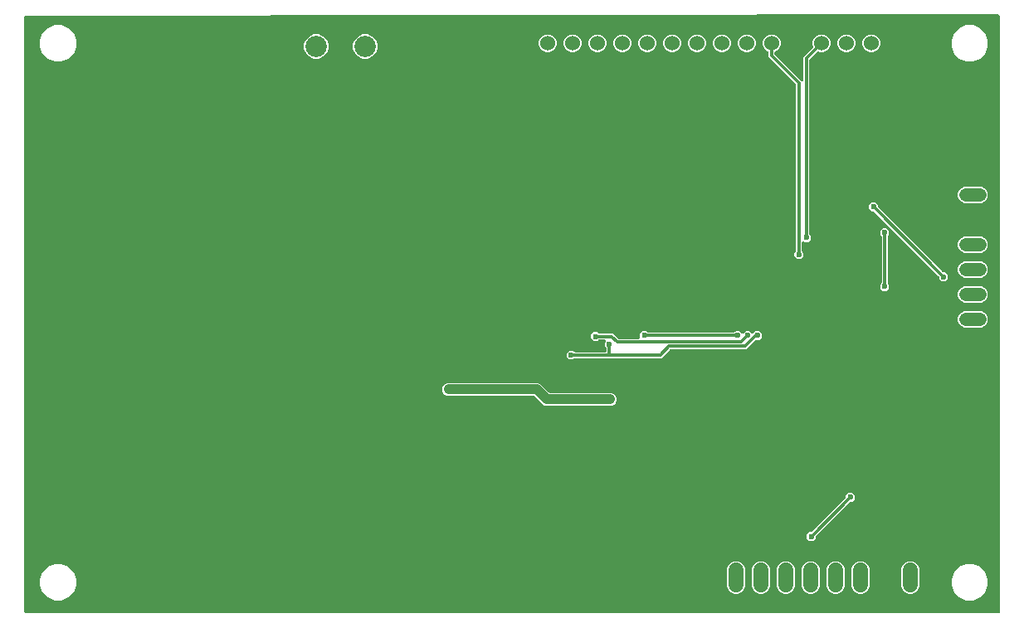
<source format=gbr>
G04 EAGLE Gerber RS-274X export*
G75*
%MOMM*%
%FSLAX34Y34*%
%LPD*%
%INBottom Copper*%
%IPPOS*%
%AMOC8*
5,1,8,0,0,1.08239X$1,22.5*%
G01*
%ADD10C,1.524000*%
%ADD11R,1.524000X1.524000*%
%ADD12C,1.524000*%
%ADD13C,1.371600*%
%ADD14C,2.184400*%
%ADD15C,0.600000*%
%ADD16C,0.300000*%
%ADD17C,1.000000*%

G36*
X1376323Y196815D02*
X1376323Y196815D01*
X1376359Y196812D01*
X1376494Y196835D01*
X1376630Y196851D01*
X1376664Y196863D01*
X1376700Y196869D01*
X1376827Y196922D01*
X1376955Y196968D01*
X1376986Y196988D01*
X1377019Y197002D01*
X1377130Y197082D01*
X1377245Y197157D01*
X1377270Y197183D01*
X1377299Y197204D01*
X1377389Y197308D01*
X1377484Y197407D01*
X1377502Y197438D01*
X1377526Y197465D01*
X1377589Y197587D01*
X1377659Y197705D01*
X1377669Y197740D01*
X1377686Y197772D01*
X1377720Y197904D01*
X1377761Y198036D01*
X1377763Y198072D01*
X1377772Y198106D01*
X1377786Y198311D01*
X1377302Y806187D01*
X1377298Y806223D01*
X1377301Y806258D01*
X1377278Y806394D01*
X1377262Y806531D01*
X1377250Y806564D01*
X1377244Y806599D01*
X1377191Y806726D01*
X1377145Y806856D01*
X1377125Y806885D01*
X1377111Y806918D01*
X1377031Y807030D01*
X1376956Y807145D01*
X1376930Y807170D01*
X1376909Y807199D01*
X1376805Y807289D01*
X1376705Y807384D01*
X1376674Y807402D01*
X1376648Y807425D01*
X1376526Y807489D01*
X1376407Y807558D01*
X1376373Y807569D01*
X1376341Y807585D01*
X1376208Y807620D01*
X1376076Y807660D01*
X1376041Y807663D01*
X1376006Y807671D01*
X1375802Y807685D01*
X383728Y806683D01*
X383694Y806679D01*
X383659Y806682D01*
X383523Y806659D01*
X383385Y806643D01*
X383352Y806631D01*
X383318Y806626D01*
X383190Y806573D01*
X383060Y806525D01*
X383031Y806506D01*
X382999Y806493D01*
X382887Y806412D01*
X382771Y806336D01*
X382747Y806311D01*
X382719Y806291D01*
X382628Y806186D01*
X382532Y806086D01*
X382515Y806056D01*
X382492Y806030D01*
X382427Y805907D01*
X382357Y805787D01*
X382347Y805754D01*
X382331Y805724D01*
X382296Y805589D01*
X382256Y805457D01*
X382253Y805422D01*
X382245Y805389D01*
X382231Y805184D01*
X382231Y198310D01*
X382235Y198275D01*
X382232Y198239D01*
X382255Y198103D01*
X382271Y197967D01*
X382283Y197933D01*
X382288Y197898D01*
X382341Y197771D01*
X382388Y197641D01*
X382407Y197612D01*
X382421Y197579D01*
X382502Y197467D01*
X382577Y197352D01*
X382603Y197327D01*
X382623Y197299D01*
X382727Y197208D01*
X382827Y197113D01*
X382858Y197095D01*
X382884Y197072D01*
X383007Y197008D01*
X383125Y196938D01*
X383159Y196928D01*
X383191Y196911D01*
X383324Y196877D01*
X383456Y196836D01*
X383491Y196834D01*
X383525Y196825D01*
X383730Y196811D01*
X1376287Y196811D01*
X1376323Y196815D01*
G37*
%LPC*%
G36*
X938186Y455499D02*
X938186Y455499D01*
X935549Y458136D01*
X935549Y461864D01*
X938186Y464501D01*
X941914Y464501D01*
X942975Y463440D01*
X943084Y463353D01*
X943190Y463262D01*
X943220Y463246D01*
X943246Y463225D01*
X943372Y463166D01*
X943496Y463101D01*
X943529Y463093D01*
X943559Y463078D01*
X943695Y463050D01*
X943831Y463015D01*
X943876Y463012D01*
X943898Y463007D01*
X943931Y463008D01*
X944035Y463001D01*
X974670Y463001D01*
X974705Y463005D01*
X974741Y463002D01*
X974877Y463025D01*
X975013Y463041D01*
X975047Y463053D01*
X975082Y463058D01*
X975209Y463111D01*
X975339Y463158D01*
X975368Y463177D01*
X975401Y463191D01*
X975513Y463272D01*
X975628Y463347D01*
X975653Y463373D01*
X975681Y463393D01*
X975772Y463497D01*
X975867Y463597D01*
X975885Y463628D01*
X975908Y463654D01*
X975972Y463777D01*
X976042Y463895D01*
X976052Y463929D01*
X976069Y463961D01*
X976103Y464094D01*
X976144Y464226D01*
X976146Y464261D01*
X976155Y464295D01*
X976169Y464500D01*
X976169Y467185D01*
X976153Y467323D01*
X976143Y467462D01*
X976133Y467495D01*
X976129Y467528D01*
X976082Y467659D01*
X976041Y467792D01*
X976023Y467822D01*
X976012Y467853D01*
X975936Y467970D01*
X975865Y468090D01*
X975835Y468124D01*
X975823Y468143D01*
X975799Y468166D01*
X975730Y468245D01*
X974669Y469306D01*
X974669Y473034D01*
X975075Y473440D01*
X975140Y473522D01*
X975212Y473597D01*
X975247Y473657D01*
X975290Y473711D01*
X975334Y473806D01*
X975387Y473895D01*
X975407Y473961D01*
X975436Y474024D01*
X975458Y474126D01*
X975489Y474226D01*
X975493Y474295D01*
X975508Y474362D01*
X975505Y474466D01*
X975512Y474571D01*
X975501Y474639D01*
X975500Y474708D01*
X975473Y474809D01*
X975456Y474912D01*
X975430Y474975D01*
X975412Y475042D01*
X975364Y475135D01*
X975324Y475231D01*
X975283Y475287D01*
X975251Y475348D01*
X975183Y475427D01*
X975121Y475511D01*
X975069Y475557D01*
X975024Y475609D01*
X974939Y475670D01*
X974860Y475738D01*
X974799Y475770D01*
X974743Y475811D01*
X974647Y475850D01*
X974554Y475899D01*
X974487Y475916D01*
X974423Y475942D01*
X974321Y475959D01*
X974219Y475985D01*
X974116Y475992D01*
X974082Y475998D01*
X974060Y475996D01*
X974015Y475999D01*
X968985Y475999D01*
X968847Y475983D01*
X968708Y475973D01*
X968675Y475963D01*
X968642Y475959D01*
X968511Y475912D01*
X968378Y475871D01*
X968348Y475853D01*
X968317Y475842D01*
X968200Y475766D01*
X968080Y475695D01*
X968046Y475665D01*
X968027Y475653D01*
X968004Y475629D01*
X967925Y475560D01*
X966864Y474499D01*
X963136Y474499D01*
X960499Y477136D01*
X960499Y480864D01*
X963136Y483501D01*
X966864Y483501D01*
X967925Y482440D01*
X968034Y482353D01*
X968140Y482262D01*
X968170Y482246D01*
X968196Y482225D01*
X968322Y482166D01*
X968446Y482101D01*
X968479Y482093D01*
X968509Y482078D01*
X968645Y482050D01*
X968781Y482015D01*
X968826Y482012D01*
X968848Y482007D01*
X968881Y482008D01*
X968985Y482001D01*
X982743Y482001D01*
X987804Y476940D01*
X987913Y476853D01*
X988018Y476762D01*
X988048Y476746D01*
X988075Y476725D01*
X988201Y476666D01*
X988324Y476601D01*
X988357Y476593D01*
X988388Y476578D01*
X988524Y476550D01*
X988659Y476515D01*
X988704Y476512D01*
X988726Y476507D01*
X988760Y476508D01*
X988864Y476501D01*
X1009000Y476501D01*
X1009035Y476505D01*
X1009071Y476502D01*
X1009207Y476525D01*
X1009343Y476541D01*
X1009377Y476553D01*
X1009412Y476558D01*
X1009539Y476611D01*
X1009669Y476658D01*
X1009698Y476677D01*
X1009731Y476691D01*
X1009843Y476772D01*
X1009958Y476847D01*
X1009983Y476873D01*
X1010011Y476893D01*
X1010102Y476997D01*
X1010197Y477097D01*
X1010215Y477128D01*
X1010238Y477154D01*
X1010302Y477277D01*
X1010372Y477395D01*
X1010382Y477429D01*
X1010399Y477461D01*
X1010433Y477594D01*
X1010474Y477726D01*
X1010476Y477761D01*
X1010485Y477795D01*
X1010499Y478000D01*
X1010499Y481864D01*
X1013136Y484501D01*
X1016864Y484501D01*
X1017925Y483440D01*
X1018034Y483353D01*
X1018140Y483262D01*
X1018170Y483246D01*
X1018196Y483225D01*
X1018322Y483166D01*
X1018446Y483101D01*
X1018479Y483093D01*
X1018509Y483078D01*
X1018645Y483050D01*
X1018781Y483015D01*
X1018826Y483012D01*
X1018848Y483007D01*
X1018881Y483008D01*
X1018985Y483001D01*
X1106015Y483001D01*
X1106153Y483017D01*
X1106292Y483027D01*
X1106325Y483037D01*
X1106358Y483041D01*
X1106489Y483088D01*
X1106622Y483129D01*
X1106652Y483147D01*
X1106683Y483158D01*
X1106800Y483234D01*
X1106920Y483305D01*
X1106954Y483335D01*
X1106973Y483347D01*
X1106996Y483371D01*
X1107075Y483440D01*
X1108136Y484501D01*
X1111864Y484501D01*
X1113940Y482425D01*
X1113968Y482403D01*
X1113991Y482376D01*
X1114103Y482296D01*
X1114211Y482210D01*
X1114243Y482195D01*
X1114272Y482175D01*
X1114399Y482122D01*
X1114524Y482064D01*
X1114559Y482056D01*
X1114591Y482043D01*
X1114728Y482021D01*
X1114862Y481992D01*
X1114898Y481993D01*
X1114933Y481988D01*
X1115070Y481997D01*
X1115208Y482000D01*
X1115242Y482009D01*
X1115278Y482012D01*
X1115409Y482053D01*
X1115542Y482088D01*
X1115574Y482104D01*
X1115608Y482115D01*
X1115727Y482185D01*
X1115848Y482249D01*
X1115875Y482272D01*
X1115905Y482290D01*
X1116060Y482425D01*
X1118136Y484501D01*
X1121864Y484501D01*
X1123940Y482425D01*
X1123968Y482403D01*
X1123991Y482376D01*
X1124103Y482296D01*
X1124211Y482210D01*
X1124243Y482195D01*
X1124272Y482175D01*
X1124399Y482122D01*
X1124524Y482064D01*
X1124559Y482056D01*
X1124591Y482043D01*
X1124728Y482021D01*
X1124862Y481992D01*
X1124898Y481993D01*
X1124933Y481988D01*
X1125070Y481997D01*
X1125208Y482000D01*
X1125242Y482009D01*
X1125278Y482012D01*
X1125409Y482053D01*
X1125542Y482088D01*
X1125574Y482104D01*
X1125608Y482115D01*
X1125726Y482185D01*
X1125848Y482249D01*
X1125875Y482272D01*
X1125905Y482290D01*
X1126060Y482425D01*
X1128136Y484501D01*
X1131864Y484501D01*
X1134501Y481864D01*
X1134501Y478136D01*
X1131864Y475499D01*
X1128849Y475499D01*
X1128711Y475483D01*
X1128572Y475473D01*
X1128539Y475463D01*
X1128506Y475459D01*
X1128375Y475412D01*
X1128242Y475371D01*
X1128212Y475353D01*
X1128181Y475342D01*
X1128064Y475266D01*
X1127944Y475195D01*
X1127910Y475165D01*
X1127891Y475153D01*
X1127868Y475129D01*
X1127789Y475060D01*
X1118728Y465999D01*
X1041864Y465999D01*
X1041726Y465983D01*
X1041586Y465973D01*
X1041554Y465963D01*
X1041521Y465959D01*
X1041390Y465912D01*
X1041256Y465871D01*
X1041227Y465853D01*
X1041195Y465842D01*
X1041079Y465766D01*
X1040958Y465695D01*
X1040924Y465665D01*
X1040906Y465653D01*
X1040882Y465629D01*
X1040804Y465560D01*
X1032243Y456999D01*
X944035Y456999D01*
X943897Y456983D01*
X943758Y456973D01*
X943725Y456963D01*
X943692Y456959D01*
X943561Y456912D01*
X943428Y456871D01*
X943398Y456853D01*
X943367Y456842D01*
X943250Y456766D01*
X943130Y456695D01*
X943096Y456665D01*
X943077Y456653D01*
X943054Y456629D01*
X942975Y456560D01*
X941914Y455499D01*
X938186Y455499D01*
G37*
%LPD*%
%LPC*%
G36*
X1170636Y557999D02*
X1170636Y557999D01*
X1167999Y560636D01*
X1167999Y564364D01*
X1169060Y565425D01*
X1169147Y565534D01*
X1169238Y565640D01*
X1169254Y565670D01*
X1169275Y565696D01*
X1169334Y565822D01*
X1169399Y565946D01*
X1169407Y565979D01*
X1169422Y566009D01*
X1169450Y566145D01*
X1169485Y566281D01*
X1169488Y566326D01*
X1169493Y566348D01*
X1169492Y566381D01*
X1169499Y566485D01*
X1169499Y735636D01*
X1169483Y735774D01*
X1169473Y735914D01*
X1169463Y735946D01*
X1169459Y735979D01*
X1169412Y736110D01*
X1169371Y736244D01*
X1169353Y736273D01*
X1169342Y736305D01*
X1169266Y736421D01*
X1169195Y736542D01*
X1169165Y736576D01*
X1169153Y736594D01*
X1169129Y736618D01*
X1169060Y736696D01*
X1141599Y764157D01*
X1141599Y768569D01*
X1141589Y768656D01*
X1141589Y768743D01*
X1141569Y768827D01*
X1141559Y768912D01*
X1141530Y768995D01*
X1141510Y769080D01*
X1141471Y769157D01*
X1141442Y769238D01*
X1141394Y769311D01*
X1141355Y769389D01*
X1141300Y769455D01*
X1141253Y769527D01*
X1141190Y769588D01*
X1141134Y769655D01*
X1141065Y769707D01*
X1141003Y769766D01*
X1140928Y769810D01*
X1140857Y769863D01*
X1140728Y769927D01*
X1140705Y769941D01*
X1140693Y769944D01*
X1140674Y769954D01*
X1139433Y770468D01*
X1136868Y773033D01*
X1135479Y776386D01*
X1135479Y780014D01*
X1136868Y783367D01*
X1139433Y785932D01*
X1142786Y787321D01*
X1146414Y787321D01*
X1149767Y785932D01*
X1152332Y783367D01*
X1153721Y780014D01*
X1153721Y776386D01*
X1152332Y773033D01*
X1149767Y770468D01*
X1148526Y769954D01*
X1148450Y769911D01*
X1148369Y769878D01*
X1148299Y769828D01*
X1148224Y769786D01*
X1148160Y769727D01*
X1148089Y769676D01*
X1148032Y769611D01*
X1147969Y769553D01*
X1147919Y769481D01*
X1147862Y769415D01*
X1147822Y769338D01*
X1147773Y769268D01*
X1147742Y769186D01*
X1147701Y769108D01*
X1147680Y769025D01*
X1147649Y768945D01*
X1147637Y768858D01*
X1147615Y768774D01*
X1147605Y768630D01*
X1147601Y768603D01*
X1147602Y768591D01*
X1147601Y768569D01*
X1147601Y767264D01*
X1147617Y767126D01*
X1147627Y766986D01*
X1147637Y766954D01*
X1147641Y766921D01*
X1147688Y766790D01*
X1147729Y766656D01*
X1147747Y766627D01*
X1147758Y766595D01*
X1147834Y766478D01*
X1147905Y766358D01*
X1147935Y766324D01*
X1147947Y766306D01*
X1147971Y766282D01*
X1148040Y766204D01*
X1174440Y739804D01*
X1174522Y739739D01*
X1174597Y739667D01*
X1174657Y739632D01*
X1174711Y739589D01*
X1174805Y739545D01*
X1174895Y739492D01*
X1174961Y739472D01*
X1175024Y739442D01*
X1175126Y739421D01*
X1175226Y739390D01*
X1175295Y739385D01*
X1175362Y739371D01*
X1175466Y739373D01*
X1175571Y739366D01*
X1175639Y739377D01*
X1175708Y739379D01*
X1175809Y739405D01*
X1175912Y739422D01*
X1175976Y739449D01*
X1176042Y739466D01*
X1176135Y739515D01*
X1176231Y739555D01*
X1176287Y739595D01*
X1176348Y739628D01*
X1176427Y739696D01*
X1176511Y739757D01*
X1176557Y739809D01*
X1176609Y739855D01*
X1176670Y739940D01*
X1176738Y740018D01*
X1176770Y740080D01*
X1176811Y740136D01*
X1176850Y740232D01*
X1176899Y740324D01*
X1176916Y740391D01*
X1176943Y740455D01*
X1176959Y740558D01*
X1176985Y740659D01*
X1176992Y740763D01*
X1176998Y740797D01*
X1176996Y740819D01*
X1176999Y740864D01*
X1176999Y764043D01*
X1179196Y766240D01*
X1186468Y773512D01*
X1186522Y773580D01*
X1186584Y773642D01*
X1186629Y773715D01*
X1186683Y773783D01*
X1186720Y773862D01*
X1186766Y773936D01*
X1186793Y774018D01*
X1186830Y774096D01*
X1186848Y774181D01*
X1186875Y774264D01*
X1186883Y774350D01*
X1186901Y774434D01*
X1186899Y774522D01*
X1186907Y774609D01*
X1186895Y774694D01*
X1186893Y774780D01*
X1186871Y774865D01*
X1186858Y774951D01*
X1186813Y775088D01*
X1186806Y775114D01*
X1186800Y775125D01*
X1186793Y775146D01*
X1186279Y776386D01*
X1186279Y780014D01*
X1187668Y783367D01*
X1190233Y785932D01*
X1193586Y787321D01*
X1197214Y787321D01*
X1200567Y785932D01*
X1203132Y783367D01*
X1204521Y780014D01*
X1204521Y776386D01*
X1203132Y773033D01*
X1200567Y770468D01*
X1197214Y769079D01*
X1193586Y769079D01*
X1192346Y769593D01*
X1192261Y769617D01*
X1192180Y769650D01*
X1192096Y769664D01*
X1192013Y769688D01*
X1191926Y769692D01*
X1191839Y769706D01*
X1191753Y769700D01*
X1191668Y769704D01*
X1191582Y769687D01*
X1191494Y769681D01*
X1191412Y769656D01*
X1191328Y769640D01*
X1191248Y769605D01*
X1191164Y769578D01*
X1191090Y769535D01*
X1191012Y769500D01*
X1190942Y769447D01*
X1190866Y769403D01*
X1190758Y769308D01*
X1190736Y769292D01*
X1190728Y769282D01*
X1190712Y769268D01*
X1183440Y761996D01*
X1183353Y761887D01*
X1183262Y761782D01*
X1183246Y761752D01*
X1183225Y761725D01*
X1183166Y761599D01*
X1183101Y761476D01*
X1183093Y761443D01*
X1183078Y761412D01*
X1183050Y761276D01*
X1183015Y761141D01*
X1183012Y761096D01*
X1183007Y761074D01*
X1183008Y761040D01*
X1183001Y760936D01*
X1183001Y583985D01*
X1183017Y583847D01*
X1183027Y583708D01*
X1183037Y583675D01*
X1183041Y583642D01*
X1183088Y583511D01*
X1183129Y583378D01*
X1183147Y583348D01*
X1183158Y583317D01*
X1183234Y583200D01*
X1183305Y583080D01*
X1183335Y583046D01*
X1183347Y583027D01*
X1183371Y583004D01*
X1183440Y582925D01*
X1184501Y581864D01*
X1184501Y578136D01*
X1181864Y575499D01*
X1178136Y575499D01*
X1178060Y575575D01*
X1177978Y575640D01*
X1177903Y575712D01*
X1177843Y575747D01*
X1177789Y575790D01*
X1177695Y575834D01*
X1177605Y575887D01*
X1177539Y575907D01*
X1177476Y575936D01*
X1177374Y575958D01*
X1177274Y575989D01*
X1177205Y575993D01*
X1177138Y576008D01*
X1177034Y576005D01*
X1176929Y576012D01*
X1176861Y576001D01*
X1176792Y576000D01*
X1176691Y575973D01*
X1176588Y575956D01*
X1176525Y575930D01*
X1176458Y575912D01*
X1176365Y575864D01*
X1176269Y575824D01*
X1176213Y575783D01*
X1176152Y575751D01*
X1176073Y575683D01*
X1175989Y575621D01*
X1175943Y575569D01*
X1175891Y575524D01*
X1175830Y575439D01*
X1175762Y575360D01*
X1175730Y575299D01*
X1175689Y575243D01*
X1175650Y575147D01*
X1175601Y575054D01*
X1175584Y574987D01*
X1175558Y574923D01*
X1175541Y574821D01*
X1175515Y574719D01*
X1175508Y574616D01*
X1175502Y574582D01*
X1175504Y574560D01*
X1175501Y574515D01*
X1175501Y566485D01*
X1175517Y566347D01*
X1175527Y566208D01*
X1175537Y566175D01*
X1175541Y566142D01*
X1175588Y566011D01*
X1175629Y565878D01*
X1175647Y565848D01*
X1175658Y565817D01*
X1175734Y565700D01*
X1175805Y565580D01*
X1175835Y565546D01*
X1175847Y565527D01*
X1175871Y565504D01*
X1175940Y565425D01*
X1177001Y564364D01*
X1177001Y560636D01*
X1174364Y557999D01*
X1170636Y557999D01*
G37*
%LPD*%
%LPC*%
G36*
X913707Y408499D02*
X913707Y408499D01*
X911318Y409489D01*
X909278Y411528D01*
X909278Y411529D01*
X902746Y418060D01*
X902637Y418147D01*
X902532Y418238D01*
X902502Y418254D01*
X902475Y418275D01*
X902349Y418334D01*
X902226Y418399D01*
X902193Y418407D01*
X902162Y418422D01*
X902026Y418450D01*
X901891Y418485D01*
X901846Y418488D01*
X901824Y418493D01*
X901790Y418492D01*
X901686Y418499D01*
X813707Y418499D01*
X811318Y419489D01*
X809489Y421318D01*
X808499Y423707D01*
X808499Y426293D01*
X809489Y428682D01*
X811318Y430511D01*
X813707Y431501D01*
X906293Y431501D01*
X908682Y430511D01*
X917254Y421940D01*
X917363Y421853D01*
X917468Y421762D01*
X917498Y421746D01*
X917525Y421725D01*
X917651Y421666D01*
X917774Y421601D01*
X917807Y421593D01*
X917838Y421578D01*
X917974Y421550D01*
X918109Y421515D01*
X918154Y421512D01*
X918176Y421507D01*
X918210Y421508D01*
X918314Y421501D01*
X981293Y421501D01*
X983682Y420511D01*
X985511Y418682D01*
X986501Y416293D01*
X986501Y413707D01*
X985511Y411318D01*
X983682Y409489D01*
X981293Y408499D01*
X913707Y408499D01*
G37*
%LPD*%
%LPC*%
G36*
X1342920Y759699D02*
X1342920Y759699D01*
X1336120Y762516D01*
X1330916Y767720D01*
X1328099Y774520D01*
X1328099Y781880D01*
X1330916Y788680D01*
X1336120Y793884D01*
X1342920Y796701D01*
X1350280Y796701D01*
X1357080Y793884D01*
X1362284Y788680D01*
X1365101Y781880D01*
X1365101Y774520D01*
X1362284Y767720D01*
X1357080Y762516D01*
X1350280Y759699D01*
X1342920Y759699D01*
G37*
%LPD*%
%LPC*%
G36*
X412920Y759699D02*
X412920Y759699D01*
X406120Y762516D01*
X400916Y767720D01*
X398099Y774520D01*
X398099Y781880D01*
X400916Y788680D01*
X406120Y793884D01*
X412920Y796701D01*
X420280Y796701D01*
X427080Y793884D01*
X432284Y788680D01*
X435101Y781880D01*
X435101Y774520D01*
X432284Y767720D01*
X427080Y762516D01*
X420280Y759699D01*
X412920Y759699D01*
G37*
%LPD*%
%LPC*%
G36*
X412920Y209699D02*
X412920Y209699D01*
X406120Y212516D01*
X400916Y217720D01*
X398099Y224520D01*
X398099Y231880D01*
X400916Y238680D01*
X406120Y243884D01*
X412920Y246701D01*
X420280Y246701D01*
X427080Y243884D01*
X432284Y238680D01*
X435101Y231880D01*
X435101Y224520D01*
X432284Y217720D01*
X427080Y212516D01*
X420280Y209699D01*
X412920Y209699D01*
G37*
%LPD*%
%LPC*%
G36*
X1342920Y209699D02*
X1342920Y209699D01*
X1336120Y212516D01*
X1330916Y217720D01*
X1328099Y224520D01*
X1328099Y231880D01*
X1330916Y238680D01*
X1336120Y243884D01*
X1342920Y246701D01*
X1350280Y246701D01*
X1357080Y243884D01*
X1362284Y238680D01*
X1365101Y231880D01*
X1365101Y224520D01*
X1362284Y217720D01*
X1357080Y212516D01*
X1350280Y209699D01*
X1342920Y209699D01*
G37*
%LPD*%
%LPC*%
G36*
X1318136Y535499D02*
X1318136Y535499D01*
X1315499Y538136D01*
X1315499Y539636D01*
X1315483Y539774D01*
X1315473Y539914D01*
X1315463Y539946D01*
X1315459Y539979D01*
X1315412Y540110D01*
X1315371Y540244D01*
X1315353Y540273D01*
X1315342Y540305D01*
X1315266Y540421D01*
X1315195Y540542D01*
X1315165Y540576D01*
X1315153Y540594D01*
X1315129Y540618D01*
X1315060Y540696D01*
X1249296Y606460D01*
X1249187Y606547D01*
X1249082Y606638D01*
X1249052Y606654D01*
X1249025Y606675D01*
X1248899Y606734D01*
X1248776Y606799D01*
X1248743Y606807D01*
X1248712Y606822D01*
X1248576Y606850D01*
X1248441Y606885D01*
X1248396Y606888D01*
X1248374Y606893D01*
X1248340Y606892D01*
X1248236Y606899D01*
X1246736Y606899D01*
X1244099Y609536D01*
X1244099Y613264D01*
X1246736Y615901D01*
X1250464Y615901D01*
X1253101Y613264D01*
X1253101Y611764D01*
X1253117Y611626D01*
X1253127Y611486D01*
X1253137Y611454D01*
X1253141Y611421D01*
X1253188Y611290D01*
X1253229Y611156D01*
X1253247Y611127D01*
X1253258Y611095D01*
X1253334Y610979D01*
X1253405Y610858D01*
X1253435Y610824D01*
X1253447Y610806D01*
X1253471Y610782D01*
X1253540Y610704D01*
X1319304Y544940D01*
X1319413Y544853D01*
X1319518Y544762D01*
X1319548Y544746D01*
X1319575Y544725D01*
X1319701Y544666D01*
X1319824Y544601D01*
X1319857Y544593D01*
X1319888Y544578D01*
X1320024Y544550D01*
X1320159Y544515D01*
X1320204Y544512D01*
X1320226Y544507D01*
X1320260Y544508D01*
X1320364Y544501D01*
X1321864Y544501D01*
X1324501Y541864D01*
X1324501Y538136D01*
X1321864Y535499D01*
X1318136Y535499D01*
G37*
%LPD*%
%LPC*%
G36*
X1284486Y216159D02*
X1284486Y216159D01*
X1281133Y217548D01*
X1278568Y220113D01*
X1277179Y223466D01*
X1277179Y242334D01*
X1278568Y245687D01*
X1281133Y248252D01*
X1284486Y249641D01*
X1288114Y249641D01*
X1291467Y248252D01*
X1294032Y245687D01*
X1295421Y242334D01*
X1295421Y223466D01*
X1294032Y220113D01*
X1291467Y217548D01*
X1288114Y216159D01*
X1284486Y216159D01*
G37*
%LPD*%
%LPC*%
G36*
X1233686Y216159D02*
X1233686Y216159D01*
X1230333Y217548D01*
X1227768Y220113D01*
X1226379Y223466D01*
X1226379Y242334D01*
X1227768Y245687D01*
X1230333Y248252D01*
X1233686Y249641D01*
X1237314Y249641D01*
X1240667Y248252D01*
X1243232Y245687D01*
X1244621Y242334D01*
X1244621Y223466D01*
X1243232Y220113D01*
X1240667Y217548D01*
X1237314Y216159D01*
X1233686Y216159D01*
G37*
%LPD*%
%LPC*%
G36*
X1208286Y216159D02*
X1208286Y216159D01*
X1204933Y217548D01*
X1202368Y220113D01*
X1200979Y223466D01*
X1200979Y242334D01*
X1202368Y245687D01*
X1204933Y248252D01*
X1208286Y249641D01*
X1211914Y249641D01*
X1215267Y248252D01*
X1217832Y245687D01*
X1219221Y242334D01*
X1219221Y223466D01*
X1217832Y220113D01*
X1215267Y217548D01*
X1211914Y216159D01*
X1208286Y216159D01*
G37*
%LPD*%
%LPC*%
G36*
X1182886Y216159D02*
X1182886Y216159D01*
X1179533Y217548D01*
X1176968Y220113D01*
X1175579Y223466D01*
X1175579Y242334D01*
X1176968Y245687D01*
X1179533Y248252D01*
X1182886Y249641D01*
X1186514Y249641D01*
X1189867Y248252D01*
X1192432Y245687D01*
X1193821Y242334D01*
X1193821Y223466D01*
X1192432Y220113D01*
X1189867Y217548D01*
X1186514Y216159D01*
X1182886Y216159D01*
G37*
%LPD*%
%LPC*%
G36*
X1157486Y216159D02*
X1157486Y216159D01*
X1154133Y217548D01*
X1151568Y220113D01*
X1150179Y223466D01*
X1150179Y242334D01*
X1151568Y245687D01*
X1154133Y248252D01*
X1157486Y249641D01*
X1161114Y249641D01*
X1164467Y248252D01*
X1167032Y245687D01*
X1168421Y242334D01*
X1168421Y223466D01*
X1167032Y220113D01*
X1164467Y217548D01*
X1161114Y216159D01*
X1157486Y216159D01*
G37*
%LPD*%
%LPC*%
G36*
X1132086Y216159D02*
X1132086Y216159D01*
X1128733Y217548D01*
X1126168Y220113D01*
X1124779Y223466D01*
X1124779Y242334D01*
X1126168Y245687D01*
X1128733Y248252D01*
X1132086Y249641D01*
X1135714Y249641D01*
X1139067Y248252D01*
X1141632Y245687D01*
X1143021Y242334D01*
X1143021Y223466D01*
X1141632Y220113D01*
X1139067Y217548D01*
X1135714Y216159D01*
X1132086Y216159D01*
G37*
%LPD*%
%LPC*%
G36*
X1106686Y216159D02*
X1106686Y216159D01*
X1103333Y217548D01*
X1100768Y220113D01*
X1099379Y223466D01*
X1099379Y242334D01*
X1100768Y245687D01*
X1103333Y248252D01*
X1106686Y249641D01*
X1110314Y249641D01*
X1113667Y248252D01*
X1116232Y245687D01*
X1117621Y242334D01*
X1117621Y223466D01*
X1116232Y220113D01*
X1113667Y217548D01*
X1110314Y216159D01*
X1106686Y216159D01*
G37*
%LPD*%
%LPC*%
G36*
X727529Y762577D02*
X727529Y762577D01*
X722963Y764469D01*
X719469Y767963D01*
X717577Y772529D01*
X717577Y777471D01*
X719469Y782037D01*
X722963Y785531D01*
X727529Y787423D01*
X732471Y787423D01*
X737037Y785531D01*
X740531Y782037D01*
X742423Y777471D01*
X742423Y772529D01*
X740531Y767963D01*
X737037Y764469D01*
X732471Y762577D01*
X727529Y762577D01*
G37*
%LPD*%
%LPC*%
G36*
X677529Y762577D02*
X677529Y762577D01*
X672963Y764469D01*
X669469Y767963D01*
X667577Y772529D01*
X667577Y777471D01*
X669469Y782037D01*
X672963Y785531D01*
X677529Y787423D01*
X682471Y787423D01*
X687037Y785531D01*
X690531Y782037D01*
X692423Y777471D01*
X692423Y772529D01*
X690531Y767963D01*
X687037Y764469D01*
X682471Y762577D01*
X677529Y762577D01*
G37*
%LPD*%
%LPC*%
G36*
X1341479Y564341D02*
X1341479Y564341D01*
X1338407Y565614D01*
X1336056Y567965D01*
X1334783Y571037D01*
X1334783Y574363D01*
X1336056Y577435D01*
X1338407Y579786D01*
X1341479Y581059D01*
X1358521Y581059D01*
X1361593Y579786D01*
X1363944Y577435D01*
X1365217Y574363D01*
X1365217Y571037D01*
X1363944Y567965D01*
X1361593Y565614D01*
X1358521Y564341D01*
X1341479Y564341D01*
G37*
%LPD*%
%LPC*%
G36*
X1341479Y538941D02*
X1341479Y538941D01*
X1338407Y540214D01*
X1336056Y542565D01*
X1334783Y545637D01*
X1334783Y548963D01*
X1336056Y552035D01*
X1338407Y554386D01*
X1341479Y555659D01*
X1358521Y555659D01*
X1361593Y554386D01*
X1363944Y552035D01*
X1365217Y548963D01*
X1365217Y545637D01*
X1363944Y542565D01*
X1361593Y540214D01*
X1358521Y538941D01*
X1341479Y538941D01*
G37*
%LPD*%
%LPC*%
G36*
X1341479Y513541D02*
X1341479Y513541D01*
X1338407Y514814D01*
X1336056Y517165D01*
X1334783Y520237D01*
X1334783Y523563D01*
X1336056Y526635D01*
X1338407Y528986D01*
X1341479Y530259D01*
X1358521Y530259D01*
X1361593Y528986D01*
X1363944Y526635D01*
X1365217Y523563D01*
X1365217Y520237D01*
X1363944Y517165D01*
X1361593Y514814D01*
X1358521Y513541D01*
X1341479Y513541D01*
G37*
%LPD*%
%LPC*%
G36*
X1341479Y488141D02*
X1341479Y488141D01*
X1338407Y489414D01*
X1336056Y491765D01*
X1334783Y494837D01*
X1334783Y498163D01*
X1336056Y501235D01*
X1338407Y503586D01*
X1341479Y504859D01*
X1358521Y504859D01*
X1361593Y503586D01*
X1363944Y501235D01*
X1365217Y498163D01*
X1365217Y494837D01*
X1363944Y491765D01*
X1361593Y489414D01*
X1358521Y488141D01*
X1341479Y488141D01*
G37*
%LPD*%
%LPC*%
G36*
X1341479Y615141D02*
X1341479Y615141D01*
X1338407Y616414D01*
X1336056Y618765D01*
X1334783Y621837D01*
X1334783Y625163D01*
X1336056Y628235D01*
X1338407Y630586D01*
X1341479Y631859D01*
X1358521Y631859D01*
X1361593Y630586D01*
X1363944Y628235D01*
X1365217Y625163D01*
X1365217Y621837D01*
X1363944Y618765D01*
X1361593Y616414D01*
X1358521Y615141D01*
X1341479Y615141D01*
G37*
%LPD*%
%LPC*%
G36*
X1183136Y270499D02*
X1183136Y270499D01*
X1180499Y273136D01*
X1180499Y276864D01*
X1183136Y279501D01*
X1184636Y279501D01*
X1184774Y279517D01*
X1184914Y279527D01*
X1184946Y279537D01*
X1184979Y279541D01*
X1185110Y279588D01*
X1185244Y279629D01*
X1185273Y279647D01*
X1185305Y279658D01*
X1185421Y279734D01*
X1185542Y279805D01*
X1185576Y279835D01*
X1185594Y279847D01*
X1185618Y279871D01*
X1185696Y279940D01*
X1220060Y314304D01*
X1220147Y314413D01*
X1220238Y314518D01*
X1220254Y314548D01*
X1220275Y314575D01*
X1220334Y314701D01*
X1220399Y314824D01*
X1220407Y314857D01*
X1220422Y314888D01*
X1220450Y315024D01*
X1220485Y315159D01*
X1220488Y315204D01*
X1220493Y315226D01*
X1220492Y315260D01*
X1220499Y315364D01*
X1220499Y316864D01*
X1223136Y319501D01*
X1226864Y319501D01*
X1229501Y316864D01*
X1229501Y313136D01*
X1226864Y310499D01*
X1225364Y310499D01*
X1225226Y310483D01*
X1225086Y310473D01*
X1225054Y310463D01*
X1225021Y310459D01*
X1224890Y310412D01*
X1224756Y310371D01*
X1224727Y310353D01*
X1224695Y310342D01*
X1224579Y310266D01*
X1224458Y310195D01*
X1224424Y310165D01*
X1224406Y310153D01*
X1224382Y310129D01*
X1224304Y310060D01*
X1189940Y275696D01*
X1189853Y275587D01*
X1189762Y275482D01*
X1189746Y275452D01*
X1189725Y275425D01*
X1189666Y275299D01*
X1189601Y275176D01*
X1189593Y275143D01*
X1189578Y275112D01*
X1189550Y274976D01*
X1189515Y274841D01*
X1189512Y274796D01*
X1189507Y274774D01*
X1189508Y274740D01*
X1189501Y274636D01*
X1189501Y273136D01*
X1186864Y270499D01*
X1183136Y270499D01*
G37*
%LPD*%
%LPC*%
G36*
X1258136Y525499D02*
X1258136Y525499D01*
X1255499Y528136D01*
X1255499Y531864D01*
X1256560Y532925D01*
X1256647Y533034D01*
X1256738Y533140D01*
X1256754Y533170D01*
X1256775Y533196D01*
X1256834Y533322D01*
X1256899Y533446D01*
X1256907Y533479D01*
X1256922Y533509D01*
X1256950Y533645D01*
X1256985Y533781D01*
X1256988Y533826D01*
X1256993Y533847D01*
X1256992Y533881D01*
X1256999Y533985D01*
X1256999Y581015D01*
X1256983Y581152D01*
X1256973Y581292D01*
X1256963Y581325D01*
X1256959Y581358D01*
X1256912Y581489D01*
X1256871Y581622D01*
X1256853Y581652D01*
X1256842Y581683D01*
X1256766Y581800D01*
X1256695Y581920D01*
X1256665Y581954D01*
X1256653Y581973D01*
X1256629Y581996D01*
X1256560Y582075D01*
X1255499Y583136D01*
X1255499Y586864D01*
X1258136Y589501D01*
X1261864Y589501D01*
X1264501Y586864D01*
X1264501Y583136D01*
X1263440Y582075D01*
X1263353Y581966D01*
X1263262Y581860D01*
X1263246Y581830D01*
X1263225Y581804D01*
X1263166Y581678D01*
X1263101Y581554D01*
X1263093Y581521D01*
X1263078Y581491D01*
X1263050Y581355D01*
X1263015Y581219D01*
X1263012Y581174D01*
X1263007Y581152D01*
X1263008Y581119D01*
X1263001Y581015D01*
X1263001Y533985D01*
X1263017Y533847D01*
X1263027Y533708D01*
X1263037Y533675D01*
X1263041Y533642D01*
X1263088Y533511D01*
X1263129Y533378D01*
X1263147Y533349D01*
X1263158Y533317D01*
X1263234Y533200D01*
X1263305Y533080D01*
X1263335Y533046D01*
X1263347Y533027D01*
X1263371Y533004D01*
X1263440Y532925D01*
X1264501Y531864D01*
X1264501Y528136D01*
X1261864Y525499D01*
X1258136Y525499D01*
G37*
%LPD*%
%LPC*%
G36*
X1244386Y769079D02*
X1244386Y769079D01*
X1241033Y770468D01*
X1238468Y773033D01*
X1237079Y776386D01*
X1237079Y780014D01*
X1238468Y783367D01*
X1241033Y785932D01*
X1244386Y787321D01*
X1248014Y787321D01*
X1251367Y785932D01*
X1253932Y783367D01*
X1255321Y780014D01*
X1255321Y776386D01*
X1253932Y773033D01*
X1251367Y770468D01*
X1248014Y769079D01*
X1244386Y769079D01*
G37*
%LPD*%
%LPC*%
G36*
X1218986Y769079D02*
X1218986Y769079D01*
X1215633Y770468D01*
X1213068Y773033D01*
X1211679Y776386D01*
X1211679Y780014D01*
X1213068Y783367D01*
X1215633Y785932D01*
X1218986Y787321D01*
X1222614Y787321D01*
X1225967Y785932D01*
X1228532Y783367D01*
X1229921Y780014D01*
X1229921Y776386D01*
X1228532Y773033D01*
X1225967Y770468D01*
X1222614Y769079D01*
X1218986Y769079D01*
G37*
%LPD*%
%LPC*%
G36*
X1117386Y769079D02*
X1117386Y769079D01*
X1114033Y770468D01*
X1111468Y773033D01*
X1110079Y776386D01*
X1110079Y780014D01*
X1111468Y783367D01*
X1114033Y785932D01*
X1117386Y787321D01*
X1121014Y787321D01*
X1124367Y785932D01*
X1126932Y783367D01*
X1128321Y780014D01*
X1128321Y776386D01*
X1126932Y773033D01*
X1124367Y770468D01*
X1121014Y769079D01*
X1117386Y769079D01*
G37*
%LPD*%
%LPC*%
G36*
X1091986Y769079D02*
X1091986Y769079D01*
X1088633Y770468D01*
X1086068Y773033D01*
X1084679Y776386D01*
X1084679Y780014D01*
X1086068Y783367D01*
X1088633Y785932D01*
X1091986Y787321D01*
X1095614Y787321D01*
X1098967Y785932D01*
X1101532Y783367D01*
X1102921Y780014D01*
X1102921Y776386D01*
X1101532Y773033D01*
X1098967Y770468D01*
X1095614Y769079D01*
X1091986Y769079D01*
G37*
%LPD*%
%LPC*%
G36*
X1066586Y769079D02*
X1066586Y769079D01*
X1063233Y770468D01*
X1060668Y773033D01*
X1059279Y776386D01*
X1059279Y780014D01*
X1060668Y783367D01*
X1063233Y785932D01*
X1066586Y787321D01*
X1070214Y787321D01*
X1073567Y785932D01*
X1076132Y783367D01*
X1077521Y780014D01*
X1077521Y776386D01*
X1076132Y773033D01*
X1073567Y770468D01*
X1070214Y769079D01*
X1066586Y769079D01*
G37*
%LPD*%
%LPC*%
G36*
X1041186Y769079D02*
X1041186Y769079D01*
X1037833Y770468D01*
X1035268Y773033D01*
X1033879Y776386D01*
X1033879Y780014D01*
X1035268Y783367D01*
X1037833Y785932D01*
X1041186Y787321D01*
X1044814Y787321D01*
X1048167Y785932D01*
X1050732Y783367D01*
X1052121Y780014D01*
X1052121Y776386D01*
X1050732Y773033D01*
X1048167Y770468D01*
X1044814Y769079D01*
X1041186Y769079D01*
G37*
%LPD*%
%LPC*%
G36*
X1015786Y769079D02*
X1015786Y769079D01*
X1012433Y770468D01*
X1009868Y773033D01*
X1008479Y776386D01*
X1008479Y780014D01*
X1009868Y783367D01*
X1012433Y785932D01*
X1015786Y787321D01*
X1019414Y787321D01*
X1022767Y785932D01*
X1025332Y783367D01*
X1026721Y780014D01*
X1026721Y776386D01*
X1025332Y773033D01*
X1022767Y770468D01*
X1019414Y769079D01*
X1015786Y769079D01*
G37*
%LPD*%
%LPC*%
G36*
X990386Y769079D02*
X990386Y769079D01*
X987033Y770468D01*
X984468Y773033D01*
X983079Y776386D01*
X983079Y780014D01*
X984468Y783367D01*
X987033Y785932D01*
X990386Y787321D01*
X994014Y787321D01*
X997367Y785932D01*
X999932Y783367D01*
X1001321Y780014D01*
X1001321Y776386D01*
X999932Y773033D01*
X997367Y770468D01*
X994014Y769079D01*
X990386Y769079D01*
G37*
%LPD*%
%LPC*%
G36*
X964986Y769079D02*
X964986Y769079D01*
X961633Y770468D01*
X959068Y773033D01*
X957679Y776386D01*
X957679Y780014D01*
X959068Y783367D01*
X961633Y785932D01*
X964986Y787321D01*
X968614Y787321D01*
X971967Y785932D01*
X974532Y783367D01*
X975921Y780014D01*
X975921Y776386D01*
X974532Y773033D01*
X971967Y770468D01*
X968614Y769079D01*
X964986Y769079D01*
G37*
%LPD*%
%LPC*%
G36*
X939586Y769079D02*
X939586Y769079D01*
X936233Y770468D01*
X933668Y773033D01*
X932279Y776386D01*
X932279Y780014D01*
X933668Y783367D01*
X936233Y785932D01*
X939586Y787321D01*
X943214Y787321D01*
X946567Y785932D01*
X949132Y783367D01*
X950521Y780014D01*
X950521Y776386D01*
X949132Y773033D01*
X946567Y770468D01*
X943214Y769079D01*
X939586Y769079D01*
G37*
%LPD*%
%LPC*%
G36*
X914186Y769079D02*
X914186Y769079D01*
X910833Y770468D01*
X908268Y773033D01*
X906879Y776386D01*
X906879Y780014D01*
X908268Y783367D01*
X910833Y785932D01*
X914186Y787321D01*
X917814Y787321D01*
X921167Y785932D01*
X923732Y783367D01*
X925121Y780014D01*
X925121Y776386D01*
X923732Y773033D01*
X921167Y770468D01*
X917814Y769079D01*
X914186Y769079D01*
G37*
%LPD*%
D10*
X1286300Y240520D02*
X1286300Y225280D01*
X1260900Y225280D02*
X1260900Y240520D01*
X1235500Y240520D02*
X1235500Y225280D01*
X1210100Y225280D02*
X1210100Y240520D01*
X1184700Y240520D02*
X1184700Y225280D01*
X1159300Y225280D02*
X1159300Y240520D01*
X1133900Y240520D02*
X1133900Y225280D01*
X1108500Y225280D02*
X1108500Y240520D01*
D11*
X1271600Y778200D03*
D12*
X1246200Y778200D03*
X1220800Y778200D03*
X1195400Y778200D03*
X1170000Y778200D03*
X1144600Y778200D03*
X1119200Y778200D03*
X1093800Y778200D03*
X1068400Y778200D03*
X1043000Y778200D03*
X1017600Y778200D03*
X992200Y778200D03*
X966800Y778200D03*
X941400Y778200D03*
X916000Y778200D03*
X890600Y778200D03*
D13*
X1343142Y623500D02*
X1356858Y623500D01*
X1356858Y598100D02*
X1343142Y598100D01*
X1343142Y572700D02*
X1356858Y572700D01*
X1356858Y547300D02*
X1343142Y547300D01*
X1343142Y521900D02*
X1356858Y521900D01*
X1356858Y496500D02*
X1343142Y496500D01*
D14*
X730000Y775000D03*
X680000Y775000D03*
X630000Y775000D03*
D15*
X1260000Y585000D03*
D16*
X1260000Y530000D01*
D15*
X1260000Y530000D03*
X1320000Y540000D03*
X1248600Y611400D03*
D16*
X1320000Y540000D01*
D15*
X955000Y540000D03*
X1105000Y650000D03*
X1205000Y575000D03*
X1130000Y435000D03*
X790000Y700000D03*
X1180000Y580000D03*
D16*
X1180000Y762800D02*
X1195400Y778200D01*
X1180000Y762800D02*
X1180000Y580000D01*
D15*
X1172500Y562500D03*
D16*
X1172500Y737500D01*
X1144600Y765400D02*
X1144600Y778200D01*
X1144600Y765400D02*
X1172500Y737500D01*
D15*
X1120000Y480000D03*
D16*
X1113500Y473500D01*
D15*
X965000Y479000D03*
D16*
X981500Y479000D01*
X987000Y473500D02*
X1113500Y473500D01*
X987000Y473500D02*
X981500Y479000D01*
D15*
X1110000Y480000D03*
D16*
X1015000Y480000D01*
D15*
X1015000Y480000D03*
X1130000Y480000D03*
D16*
X1128485Y480000D01*
X1117485Y469000D01*
X1040000Y469000D01*
X1031000Y460000D01*
X979170Y460000D01*
D15*
X940050Y460000D03*
D16*
X979170Y460000D01*
D15*
X979170Y471170D03*
D16*
X979170Y460000D01*
D15*
X1225000Y315000D03*
D16*
X1185000Y275000D01*
D15*
X1185000Y275000D03*
X815000Y425000D03*
X980000Y415000D03*
X915000Y415000D03*
D17*
X905000Y425000D02*
X815000Y425000D01*
X905000Y425000D02*
X915000Y415000D01*
X980000Y415000D01*
M02*

</source>
